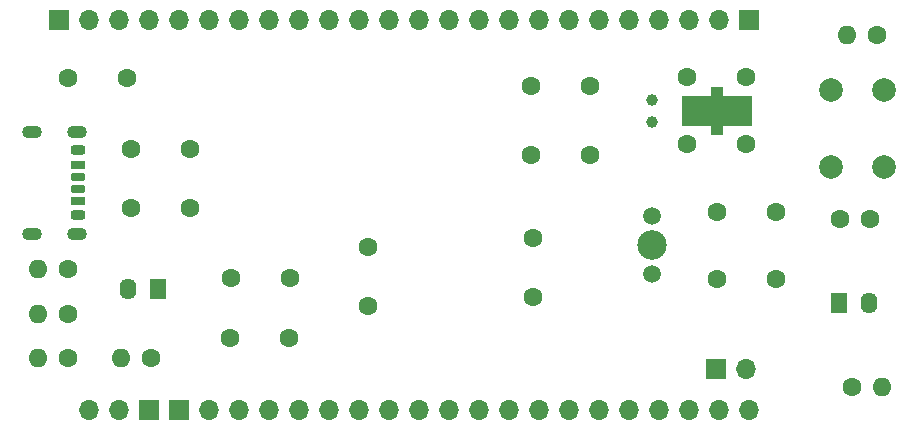
<source format=gts>
%TF.GenerationSoftware,KiCad,Pcbnew,8.0.5*%
%TF.CreationDate,2024-10-21T18:28:28+08:00*%
%TF.ProjectId,redraw_TH,72656472-6177-45f5-9448-2e6b69636164,rev?*%
%TF.SameCoordinates,Original*%
%TF.FileFunction,Soldermask,Top*%
%TF.FilePolarity,Negative*%
%FSLAX46Y46*%
G04 Gerber Fmt 4.6, Leading zero omitted, Abs format (unit mm)*
G04 Created by KiCad (PCBNEW 8.0.5) date 2024-10-21 18:28:28*
%MOMM*%
%LPD*%
G01*
G04 APERTURE LIST*
G04 Aperture macros list*
%AMRoundRect*
0 Rectangle with rounded corners*
0 $1 Rounding radius*
0 $2 $3 $4 $5 $6 $7 $8 $9 X,Y pos of 4 corners*
0 Add a 4 corners polygon primitive as box body*
4,1,4,$2,$3,$4,$5,$6,$7,$8,$9,$2,$3,0*
0 Add four circle primitives for the rounded corners*
1,1,$1+$1,$2,$3*
1,1,$1+$1,$4,$5*
1,1,$1+$1,$6,$7*
1,1,$1+$1,$8,$9*
0 Add four rect primitives between the rounded corners*
20,1,$1+$1,$2,$3,$4,$5,0*
20,1,$1+$1,$4,$5,$6,$7,0*
20,1,$1+$1,$6,$7,$8,$9,0*
20,1,$1+$1,$8,$9,$2,$3,0*%
G04 Aperture macros list end*
%ADD10C,1.000000*%
%ADD11R,1.000000X1.000000*%
%ADD12R,6.000000X2.500000*%
%ADD13C,1.500000*%
%ADD14C,2.500000*%
%ADD15RoundRect,0.175000X-0.425000X0.175000X-0.425000X-0.175000X0.425000X-0.175000X0.425000X0.175000X0*%
%ADD16RoundRect,0.190000X0.410000X-0.190000X0.410000X0.190000X-0.410000X0.190000X-0.410000X-0.190000X0*%
%ADD17RoundRect,0.200000X0.400000X-0.200000X0.400000X0.200000X-0.400000X0.200000X-0.400000X-0.200000X0*%
%ADD18RoundRect,0.175000X0.425000X-0.175000X0.425000X0.175000X-0.425000X0.175000X-0.425000X-0.175000X0*%
%ADD19RoundRect,0.190000X-0.410000X0.190000X-0.410000X-0.190000X0.410000X-0.190000X0.410000X0.190000X0*%
%ADD20RoundRect,0.200000X-0.400000X0.200000X-0.400000X-0.200000X0.400000X-0.200000X0.400000X0.200000X0*%
%ADD21O,1.700000X1.100000*%
%ADD22C,2.000000*%
%ADD23C,1.600000*%
%ADD24O,1.600000X1.600000*%
%ADD25R,1.400000X1.800000*%
%ADD26O,1.400000X1.800000*%
%ADD27R,1.700000X1.700000*%
%ADD28O,1.700000X1.700000*%
G04 APERTURE END LIST*
D10*
%TO.C,X2*%
X117505000Y-93760000D03*
X117505000Y-91860000D03*
D11*
X123005000Y-94310000D03*
D12*
X123005000Y-92810000D03*
D11*
X123005000Y-91310000D03*
%TD*%
D13*
%TO.C,X1*%
X117505000Y-101720000D03*
D14*
X117505000Y-104160000D03*
D13*
X117505000Y-106600000D03*
%TD*%
D15*
%TO.C,USB1*%
X68891500Y-98390000D03*
D16*
X68891500Y-100410000D03*
D17*
X68891500Y-101640000D03*
D18*
X68891500Y-99390000D03*
D19*
X68891500Y-97370000D03*
D20*
X68891500Y-96140000D03*
D21*
X68811500Y-94570000D03*
X65011500Y-94570000D03*
X68811500Y-103210000D03*
X65011500Y-103210000D03*
%TD*%
D22*
%TO.C,SW1*%
X132660000Y-97551625D03*
X132660000Y-91051625D03*
X137160000Y-97551625D03*
X137160000Y-91051625D03*
%TD*%
D23*
%TO.C,R6*%
X68085000Y-106190000D03*
D24*
X65545000Y-106190000D03*
%TD*%
D23*
%TO.C,R5*%
X68085000Y-109965000D03*
D24*
X65545000Y-109965000D03*
%TD*%
D23*
%TO.C,R4*%
X68085000Y-113740000D03*
D24*
X65545000Y-113740000D03*
%TD*%
D23*
%TO.C,R3*%
X134445000Y-116160000D03*
D24*
X136985000Y-116160000D03*
%TD*%
D23*
%TO.C,R2*%
X75065000Y-113740000D03*
D24*
X72525000Y-113740000D03*
%TD*%
D23*
%TO.C,R1*%
X136535000Y-86380000D03*
D24*
X133995000Y-86380000D03*
%TD*%
D25*
%TO.C,LED2*%
X133319000Y-109086375D03*
D26*
X135859000Y-109086375D03*
%TD*%
D25*
%TO.C,LED1*%
X75650000Y-107900000D03*
D26*
X73110000Y-107900000D03*
%TD*%
D27*
%TO.C,H5*%
X122940000Y-114670000D03*
D28*
X125480000Y-114670000D03*
%TD*%
D27*
%TO.C,H4*%
X67310000Y-85090000D03*
D28*
X69850000Y-85090000D03*
X72390000Y-85090000D03*
X74930000Y-85090000D03*
%TD*%
D27*
%TO.C,H3*%
X125730000Y-85090000D03*
D28*
X123190000Y-85090000D03*
X120650000Y-85090000D03*
X118110000Y-85090000D03*
X115570000Y-85090000D03*
X113030000Y-85090000D03*
X110490000Y-85090000D03*
X107950000Y-85090000D03*
X105410000Y-85090000D03*
X102870000Y-85090000D03*
X100330000Y-85090000D03*
X97790000Y-85090000D03*
X95250000Y-85090000D03*
X92710000Y-85090000D03*
X90170000Y-85090000D03*
X87630000Y-85090000D03*
X85090000Y-85090000D03*
X82550000Y-85090000D03*
X80010000Y-85090000D03*
X77470000Y-85090000D03*
%TD*%
D27*
%TO.C,H2*%
X77470000Y-118110000D03*
D28*
X80010000Y-118110000D03*
X82550000Y-118110000D03*
X85090000Y-118110000D03*
X87630000Y-118110000D03*
X90170000Y-118110000D03*
X92710000Y-118110000D03*
X95250000Y-118110000D03*
X97790000Y-118110000D03*
X100330000Y-118110000D03*
X102870000Y-118110000D03*
X105410000Y-118110000D03*
X107950000Y-118110000D03*
X110490000Y-118110000D03*
X113030000Y-118110000D03*
X115570000Y-118110000D03*
X118110000Y-118110000D03*
X120650000Y-118110000D03*
X123190000Y-118110000D03*
X125730000Y-118110000D03*
%TD*%
D27*
%TO.C,H1*%
X74930000Y-118110000D03*
D28*
X72390000Y-118110000D03*
X69850000Y-118110000D03*
%TD*%
D23*
%TO.C,C15*%
X125480000Y-95650000D03*
X120480000Y-95650000D03*
%TD*%
%TO.C,C14*%
X125480000Y-89970000D03*
X120480000Y-89970000D03*
%TD*%
%TO.C,C13*%
X127980000Y-107010000D03*
X122980000Y-107010000D03*
%TD*%
%TO.C,C12*%
X122980000Y-101330000D03*
X127980000Y-101330000D03*
%TD*%
%TO.C,C11*%
X107410000Y-108550000D03*
X107410000Y-103550000D03*
%TD*%
%TO.C,C10*%
X68060000Y-90030000D03*
X73060000Y-90030000D03*
%TD*%
%TO.C,C8*%
X112230000Y-96580000D03*
X107230000Y-96580000D03*
%TD*%
%TO.C,C7*%
X112230000Y-90725000D03*
X107230000Y-90725000D03*
%TD*%
%TO.C,C6*%
X93480000Y-109300000D03*
X93480000Y-104300000D03*
%TD*%
%TO.C,C5*%
X135960000Y-102000000D03*
X133460000Y-102000000D03*
%TD*%
%TO.C,C4*%
X81810000Y-112000000D03*
X86810000Y-112000000D03*
%TD*%
%TO.C,C3*%
X81840000Y-107000000D03*
X86840000Y-107000000D03*
%TD*%
%TO.C,C2*%
X78377500Y-101010000D03*
X78377500Y-96010000D03*
%TD*%
%TO.C,C1*%
X73377500Y-101030000D03*
X73377500Y-96030000D03*
%TD*%
M02*

</source>
